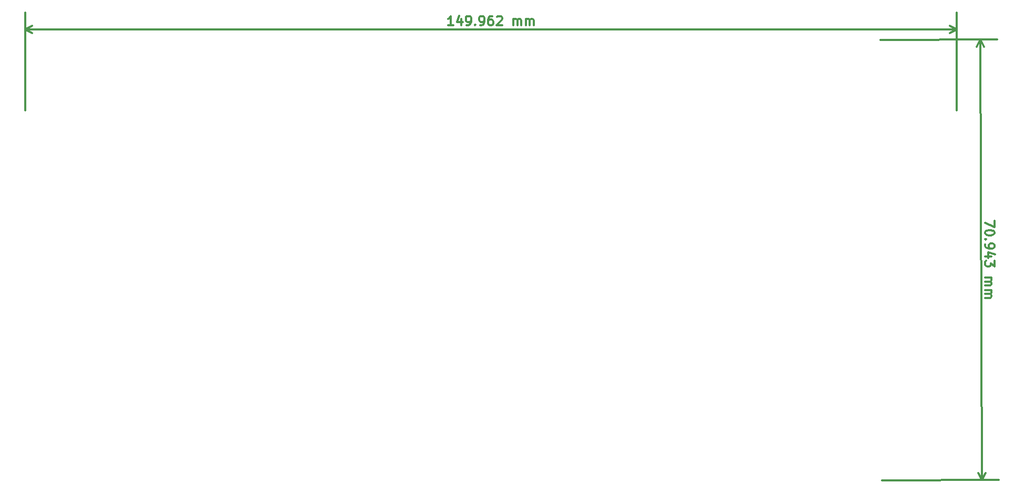
<source format=gbr>
G04 #@! TF.FileFunction,Drawing*
%FSLAX46Y46*%
G04 Gerber Fmt 4.6, Leading zero omitted, Abs format (unit mm)*
G04 Created by KiCad (PCBNEW 4.0.6) date 2017 August 08, Tuesday 08:31:32*
%MOMM*%
%LPD*%
G01*
G04 APERTURE LIST*
%ADD10C,0.100000*%
%ADD11C,0.300000*%
G04 APERTURE END LIST*
D10*
D11*
X244063487Y-94118577D02*
X244067067Y-95118571D01*
X242564775Y-94481089D01*
X244070136Y-95975707D02*
X244070647Y-96118563D01*
X243999730Y-96261675D01*
X243928557Y-96333360D01*
X243785957Y-96405300D01*
X243500501Y-96477750D01*
X243143360Y-96479029D01*
X242857392Y-96408624D01*
X242714280Y-96337707D01*
X242642596Y-96266534D01*
X242570657Y-96123934D01*
X242570145Y-95981078D01*
X242641062Y-95837966D01*
X242712234Y-95766282D01*
X242854835Y-95694343D01*
X243140291Y-95621891D01*
X243497432Y-95620613D01*
X243783400Y-95691018D01*
X243926512Y-95761934D01*
X243998196Y-95833107D01*
X244070136Y-95975707D01*
X242717093Y-97123416D02*
X242645921Y-97195099D01*
X242574237Y-97123928D01*
X242645409Y-97052243D01*
X242717093Y-97123416D01*
X242574237Y-97123928D01*
X242577050Y-97909637D02*
X242578073Y-98195350D01*
X242650012Y-98337950D01*
X242721697Y-98409122D01*
X242936492Y-98551212D01*
X243222461Y-98621616D01*
X243793885Y-98619570D01*
X243936485Y-98547631D01*
X244007658Y-98475947D01*
X244078575Y-98332835D01*
X244077552Y-98047123D01*
X244005612Y-97904522D01*
X243933928Y-97833350D01*
X243790816Y-97762433D01*
X243433675Y-97763712D01*
X243291075Y-97835652D01*
X243219903Y-97907335D01*
X243148986Y-98050448D01*
X243150009Y-98336160D01*
X243221949Y-98478760D01*
X243293633Y-98549933D01*
X243436744Y-98620849D01*
X243584205Y-99906043D02*
X242584211Y-99909624D01*
X244154350Y-99546857D02*
X243081651Y-99193552D01*
X243084975Y-100122118D01*
X244086503Y-100547106D02*
X244089828Y-101475671D01*
X243516612Y-100977720D01*
X243517380Y-101192005D01*
X243446462Y-101335117D01*
X243375291Y-101406801D01*
X243232690Y-101478740D01*
X242875550Y-101480019D01*
X242732438Y-101409103D01*
X242660754Y-101337930D01*
X242588814Y-101195329D01*
X242587280Y-100766760D01*
X242658196Y-100623648D01*
X242729369Y-100551965D01*
X242596231Y-103266744D02*
X243596225Y-103263164D01*
X243453367Y-103263675D02*
X243525052Y-103334847D01*
X243596992Y-103477448D01*
X243597759Y-103691732D01*
X243526842Y-103834844D01*
X243384242Y-103906784D01*
X242598533Y-103909597D01*
X243384242Y-103906784D02*
X243527353Y-103977701D01*
X243599293Y-104120301D01*
X243600061Y-104334585D01*
X243529144Y-104477698D01*
X243386543Y-104549637D01*
X242600834Y-104552450D01*
X242603392Y-105266731D02*
X243603385Y-105263151D01*
X243460528Y-105263663D02*
X243532212Y-105334834D01*
X243604152Y-105477436D01*
X243604920Y-105691719D01*
X243534003Y-105834831D01*
X243391402Y-105906771D01*
X242605693Y-105909584D01*
X243391402Y-105906771D02*
X243534514Y-105977688D01*
X243606454Y-106120289D01*
X243607221Y-106334572D01*
X243536304Y-106477685D01*
X243393704Y-106549624D01*
X242607995Y-106552437D01*
X241787577Y-64940925D02*
X242041577Y-135883125D01*
X225679000Y-64998600D02*
X244487560Y-64931258D01*
X225933000Y-135940800D02*
X244741560Y-135873458D01*
X242041577Y-135883125D02*
X241451127Y-134758728D01*
X242041577Y-135883125D02*
X242623961Y-134754529D01*
X241787577Y-64940925D02*
X241205193Y-66069521D01*
X241787577Y-64940925D02*
X242378027Y-66065322D01*
X156971173Y-62650772D02*
X156114030Y-62650772D01*
X156542602Y-62650772D02*
X156542602Y-61150772D01*
X156399745Y-61365058D01*
X156256887Y-61507915D01*
X156114030Y-61579344D01*
X158256887Y-61650772D02*
X158256887Y-62650772D01*
X157899744Y-61079344D02*
X157542601Y-62150772D01*
X158471173Y-62150772D01*
X159114029Y-62650772D02*
X159399744Y-62650772D01*
X159542601Y-62579344D01*
X159614029Y-62507915D01*
X159756887Y-62293630D01*
X159828315Y-62007915D01*
X159828315Y-61436487D01*
X159756887Y-61293630D01*
X159685458Y-61222201D01*
X159542601Y-61150772D01*
X159256887Y-61150772D01*
X159114029Y-61222201D01*
X159042601Y-61293630D01*
X158971172Y-61436487D01*
X158971172Y-61793630D01*
X159042601Y-61936487D01*
X159114029Y-62007915D01*
X159256887Y-62079344D01*
X159542601Y-62079344D01*
X159685458Y-62007915D01*
X159756887Y-61936487D01*
X159828315Y-61793630D01*
X160471172Y-62507915D02*
X160542600Y-62579344D01*
X160471172Y-62650772D01*
X160399743Y-62579344D01*
X160471172Y-62507915D01*
X160471172Y-62650772D01*
X161256886Y-62650772D02*
X161542601Y-62650772D01*
X161685458Y-62579344D01*
X161756886Y-62507915D01*
X161899744Y-62293630D01*
X161971172Y-62007915D01*
X161971172Y-61436487D01*
X161899744Y-61293630D01*
X161828315Y-61222201D01*
X161685458Y-61150772D01*
X161399744Y-61150772D01*
X161256886Y-61222201D01*
X161185458Y-61293630D01*
X161114029Y-61436487D01*
X161114029Y-61793630D01*
X161185458Y-61936487D01*
X161256886Y-62007915D01*
X161399744Y-62079344D01*
X161685458Y-62079344D01*
X161828315Y-62007915D01*
X161899744Y-61936487D01*
X161971172Y-61793630D01*
X163256886Y-61150772D02*
X162971172Y-61150772D01*
X162828315Y-61222201D01*
X162756886Y-61293630D01*
X162614029Y-61507915D01*
X162542600Y-61793630D01*
X162542600Y-62365058D01*
X162614029Y-62507915D01*
X162685457Y-62579344D01*
X162828315Y-62650772D01*
X163114029Y-62650772D01*
X163256886Y-62579344D01*
X163328315Y-62507915D01*
X163399743Y-62365058D01*
X163399743Y-62007915D01*
X163328315Y-61865058D01*
X163256886Y-61793630D01*
X163114029Y-61722201D01*
X162828315Y-61722201D01*
X162685457Y-61793630D01*
X162614029Y-61865058D01*
X162542600Y-62007915D01*
X163971171Y-61293630D02*
X164042600Y-61222201D01*
X164185457Y-61150772D01*
X164542600Y-61150772D01*
X164685457Y-61222201D01*
X164756886Y-61293630D01*
X164828314Y-61436487D01*
X164828314Y-61579344D01*
X164756886Y-61793630D01*
X163899743Y-62650772D01*
X164828314Y-62650772D01*
X166614028Y-62650772D02*
X166614028Y-61650772D01*
X166614028Y-61793630D02*
X166685456Y-61722201D01*
X166828314Y-61650772D01*
X167042599Y-61650772D01*
X167185456Y-61722201D01*
X167256885Y-61865058D01*
X167256885Y-62650772D01*
X167256885Y-61865058D02*
X167328314Y-61722201D01*
X167471171Y-61650772D01*
X167685456Y-61650772D01*
X167828314Y-61722201D01*
X167899742Y-61865058D01*
X167899742Y-62650772D01*
X168614028Y-62650772D02*
X168614028Y-61650772D01*
X168614028Y-61793630D02*
X168685456Y-61722201D01*
X168828314Y-61650772D01*
X169042599Y-61650772D01*
X169185456Y-61722201D01*
X169256885Y-61865058D01*
X169256885Y-62650772D01*
X169256885Y-61865058D02*
X169328314Y-61722201D01*
X169471171Y-61650772D01*
X169685456Y-61650772D01*
X169828314Y-61722201D01*
X169899742Y-61865058D01*
X169899742Y-62650772D01*
X238023400Y-63322201D02*
X88061800Y-63322201D01*
X238023400Y-76352400D02*
X238023400Y-60622201D01*
X88061800Y-76352400D02*
X88061800Y-60622201D01*
X88061800Y-63322201D02*
X89188304Y-62735780D01*
X88061800Y-63322201D02*
X89188304Y-63908622D01*
X238023400Y-63322201D02*
X236896896Y-62735780D01*
X238023400Y-63322201D02*
X236896896Y-63908622D01*
M02*

</source>
